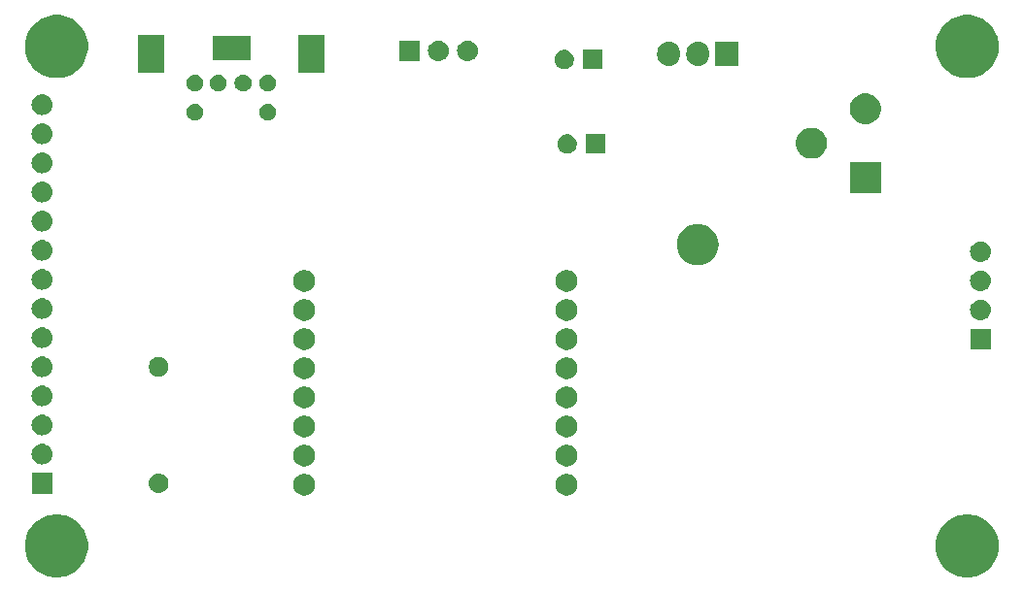
<source format=gts>
G04 #@! TF.GenerationSoftware,KiCad,Pcbnew,5.0.2+dfsg1-1~bpo9+1*
G04 #@! TF.CreationDate,2019-06-18T09:35:30+01:00*
G04 #@! TF.ProjectId,esp8bit,65737038-6269-4742-9e6b-696361645f70,rev?*
G04 #@! TF.SameCoordinates,Original*
G04 #@! TF.FileFunction,Soldermask,Top*
G04 #@! TF.FilePolarity,Negative*
%FSLAX46Y46*%
G04 Gerber Fmt 4.6, Leading zero omitted, Abs format (unit mm)*
G04 Created by KiCad (PCBNEW 5.0.2+dfsg1-1~bpo9+1) date Tue 18 Jun 2019 09:35:30 IST*
%MOMM*%
%LPD*%
G01*
G04 APERTURE LIST*
%ADD10C,0.100000*%
G04 APERTURE END LIST*
D10*
G36*
X80546693Y-84677859D02*
X80812437Y-84730719D01*
X81313087Y-84938095D01*
X81760622Y-85237129D01*
X81763663Y-85239161D01*
X82146839Y-85622337D01*
X82146841Y-85622340D01*
X82447905Y-86072913D01*
X82655281Y-86573563D01*
X82761000Y-87105050D01*
X82761000Y-87646950D01*
X82655281Y-88178437D01*
X82447905Y-88679087D01*
X82148871Y-89126622D01*
X82146839Y-89129663D01*
X81763663Y-89512839D01*
X81763660Y-89512841D01*
X81313087Y-89813905D01*
X80812437Y-90021281D01*
X80546694Y-90074140D01*
X80280951Y-90127000D01*
X79739049Y-90127000D01*
X79473306Y-90074140D01*
X79207563Y-90021281D01*
X78706913Y-89813905D01*
X78256340Y-89512841D01*
X78256337Y-89512839D01*
X77873161Y-89129663D01*
X77871129Y-89126622D01*
X77572095Y-88679087D01*
X77364719Y-88178437D01*
X77259000Y-87646950D01*
X77259000Y-87105050D01*
X77364719Y-86573563D01*
X77572095Y-86072913D01*
X77873159Y-85622340D01*
X77873161Y-85622337D01*
X78256337Y-85239161D01*
X78259378Y-85237129D01*
X78706913Y-84938095D01*
X79207563Y-84730719D01*
X79473307Y-84677859D01*
X79739049Y-84625000D01*
X80280951Y-84625000D01*
X80546693Y-84677859D01*
X80546693Y-84677859D01*
G37*
G36*
X159921693Y-84677859D02*
X160187437Y-84730719D01*
X160688087Y-84938095D01*
X161135622Y-85237129D01*
X161138663Y-85239161D01*
X161521839Y-85622337D01*
X161521841Y-85622340D01*
X161822905Y-86072913D01*
X162030281Y-86573563D01*
X162136000Y-87105050D01*
X162136000Y-87646950D01*
X162030281Y-88178437D01*
X161822905Y-88679087D01*
X161523871Y-89126622D01*
X161521839Y-89129663D01*
X161138663Y-89512839D01*
X161138660Y-89512841D01*
X160688087Y-89813905D01*
X160187437Y-90021281D01*
X159921694Y-90074140D01*
X159655951Y-90127000D01*
X159114049Y-90127000D01*
X158848306Y-90074140D01*
X158582563Y-90021281D01*
X158081913Y-89813905D01*
X157631340Y-89512841D01*
X157631337Y-89512839D01*
X157248161Y-89129663D01*
X157246129Y-89126622D01*
X156947095Y-88679087D01*
X156739719Y-88178437D01*
X156634000Y-87646950D01*
X156634000Y-87105050D01*
X156739719Y-86573563D01*
X156947095Y-86072913D01*
X157248159Y-85622340D01*
X157248161Y-85622337D01*
X157631337Y-85239161D01*
X157634378Y-85237129D01*
X158081913Y-84938095D01*
X158582563Y-84730719D01*
X158848306Y-84677860D01*
X159114049Y-84625000D01*
X159655951Y-84625000D01*
X159921693Y-84677859D01*
X159921693Y-84677859D01*
G37*
G36*
X124737396Y-81127546D02*
X124910466Y-81199234D01*
X125066230Y-81303312D01*
X125198688Y-81435770D01*
X125302766Y-81591534D01*
X125374454Y-81764604D01*
X125411000Y-81948333D01*
X125411000Y-82135667D01*
X125374454Y-82319396D01*
X125302766Y-82492466D01*
X125198688Y-82648230D01*
X125066230Y-82780688D01*
X124910466Y-82884766D01*
X124737396Y-82956454D01*
X124553667Y-82993000D01*
X124366333Y-82993000D01*
X124182604Y-82956454D01*
X124009534Y-82884766D01*
X123853770Y-82780688D01*
X123721312Y-82648230D01*
X123617234Y-82492466D01*
X123545546Y-82319396D01*
X123509000Y-82135667D01*
X123509000Y-81948333D01*
X123545546Y-81764604D01*
X123617234Y-81591534D01*
X123721312Y-81435770D01*
X123853770Y-81303312D01*
X124009534Y-81199234D01*
X124182604Y-81127546D01*
X124366333Y-81091000D01*
X124553667Y-81091000D01*
X124737396Y-81127546D01*
X124737396Y-81127546D01*
G37*
G36*
X101877396Y-81127546D02*
X102050466Y-81199234D01*
X102206230Y-81303312D01*
X102338688Y-81435770D01*
X102442766Y-81591534D01*
X102514454Y-81764604D01*
X102551000Y-81948333D01*
X102551000Y-82135667D01*
X102514454Y-82319396D01*
X102442766Y-82492466D01*
X102338688Y-82648230D01*
X102206230Y-82780688D01*
X102050466Y-82884766D01*
X101877396Y-82956454D01*
X101693667Y-82993000D01*
X101506333Y-82993000D01*
X101322604Y-82956454D01*
X101149534Y-82884766D01*
X100993770Y-82780688D01*
X100861312Y-82648230D01*
X100757234Y-82492466D01*
X100685546Y-82319396D01*
X100649000Y-82135667D01*
X100649000Y-81948333D01*
X100685546Y-81764604D01*
X100757234Y-81591534D01*
X100861312Y-81435770D01*
X100993770Y-81303312D01*
X101149534Y-81199234D01*
X101322604Y-81127546D01*
X101506333Y-81091000D01*
X101693667Y-81091000D01*
X101877396Y-81127546D01*
X101877396Y-81127546D01*
G37*
G36*
X79641000Y-82816000D02*
X77839000Y-82816000D01*
X77839000Y-81014000D01*
X79641000Y-81014000D01*
X79641000Y-82816000D01*
X79641000Y-82816000D01*
G37*
G36*
X89066821Y-81076313D02*
X89066824Y-81076314D01*
X89066825Y-81076314D01*
X89227239Y-81124975D01*
X89227241Y-81124976D01*
X89227244Y-81124977D01*
X89375078Y-81203995D01*
X89504659Y-81310341D01*
X89611005Y-81439922D01*
X89690023Y-81587756D01*
X89690024Y-81587759D01*
X89690025Y-81587761D01*
X89738686Y-81748175D01*
X89738687Y-81748179D01*
X89755117Y-81915000D01*
X89738687Y-82081821D01*
X89690023Y-82242244D01*
X89611005Y-82390078D01*
X89504659Y-82519659D01*
X89375078Y-82626005D01*
X89227244Y-82705023D01*
X89227241Y-82705024D01*
X89227239Y-82705025D01*
X89066825Y-82753686D01*
X89066824Y-82753686D01*
X89066821Y-82753687D01*
X88941804Y-82766000D01*
X88858196Y-82766000D01*
X88733179Y-82753687D01*
X88733176Y-82753686D01*
X88733175Y-82753686D01*
X88572761Y-82705025D01*
X88572759Y-82705024D01*
X88572756Y-82705023D01*
X88424922Y-82626005D01*
X88295341Y-82519659D01*
X88188995Y-82390078D01*
X88109977Y-82242244D01*
X88061313Y-82081821D01*
X88044883Y-81915000D01*
X88061313Y-81748179D01*
X88061314Y-81748175D01*
X88109975Y-81587761D01*
X88109976Y-81587759D01*
X88109977Y-81587756D01*
X88188995Y-81439922D01*
X88295341Y-81310341D01*
X88424922Y-81203995D01*
X88572756Y-81124977D01*
X88572759Y-81124976D01*
X88572761Y-81124975D01*
X88733175Y-81076314D01*
X88733176Y-81076314D01*
X88733179Y-81076313D01*
X88858196Y-81064000D01*
X88941804Y-81064000D01*
X89066821Y-81076313D01*
X89066821Y-81076313D01*
G37*
G36*
X124737396Y-78587546D02*
X124910466Y-78659234D01*
X125066230Y-78763312D01*
X125198688Y-78895770D01*
X125302766Y-79051534D01*
X125374454Y-79224604D01*
X125411000Y-79408333D01*
X125411000Y-79595667D01*
X125374454Y-79779396D01*
X125302766Y-79952466D01*
X125198688Y-80108230D01*
X125066230Y-80240688D01*
X124910466Y-80344766D01*
X124737396Y-80416454D01*
X124553667Y-80453000D01*
X124366333Y-80453000D01*
X124182604Y-80416454D01*
X124009534Y-80344766D01*
X123853770Y-80240688D01*
X123721312Y-80108230D01*
X123617234Y-79952466D01*
X123545546Y-79779396D01*
X123509000Y-79595667D01*
X123509000Y-79408333D01*
X123545546Y-79224604D01*
X123617234Y-79051534D01*
X123721312Y-78895770D01*
X123853770Y-78763312D01*
X124009534Y-78659234D01*
X124182604Y-78587546D01*
X124366333Y-78551000D01*
X124553667Y-78551000D01*
X124737396Y-78587546D01*
X124737396Y-78587546D01*
G37*
G36*
X101877396Y-78587546D02*
X102050466Y-78659234D01*
X102206230Y-78763312D01*
X102338688Y-78895770D01*
X102442766Y-79051534D01*
X102514454Y-79224604D01*
X102551000Y-79408333D01*
X102551000Y-79595667D01*
X102514454Y-79779396D01*
X102442766Y-79952466D01*
X102338688Y-80108230D01*
X102206230Y-80240688D01*
X102050466Y-80344766D01*
X101877396Y-80416454D01*
X101693667Y-80453000D01*
X101506333Y-80453000D01*
X101322604Y-80416454D01*
X101149534Y-80344766D01*
X100993770Y-80240688D01*
X100861312Y-80108230D01*
X100757234Y-79952466D01*
X100685546Y-79779396D01*
X100649000Y-79595667D01*
X100649000Y-79408333D01*
X100685546Y-79224604D01*
X100757234Y-79051534D01*
X100861312Y-78895770D01*
X100993770Y-78763312D01*
X101149534Y-78659234D01*
X101322604Y-78587546D01*
X101506333Y-78551000D01*
X101693667Y-78551000D01*
X101877396Y-78587546D01*
X101877396Y-78587546D01*
G37*
G36*
X78850442Y-78480518D02*
X78916627Y-78487037D01*
X79029853Y-78521384D01*
X79086467Y-78538557D01*
X79178119Y-78587547D01*
X79242991Y-78622222D01*
X79278729Y-78651552D01*
X79380186Y-78734814D01*
X79463448Y-78836271D01*
X79492778Y-78872009D01*
X79492779Y-78872011D01*
X79576443Y-79028533D01*
X79576443Y-79028534D01*
X79627963Y-79198373D01*
X79645359Y-79375000D01*
X79627963Y-79551627D01*
X79593616Y-79664853D01*
X79576443Y-79721467D01*
X79545479Y-79779396D01*
X79492778Y-79877991D01*
X79463448Y-79913729D01*
X79380186Y-80015186D01*
X79278729Y-80098448D01*
X79242991Y-80127778D01*
X79242989Y-80127779D01*
X79086467Y-80211443D01*
X79029853Y-80228616D01*
X78916627Y-80262963D01*
X78850442Y-80269482D01*
X78784260Y-80276000D01*
X78695740Y-80276000D01*
X78629558Y-80269482D01*
X78563373Y-80262963D01*
X78450147Y-80228616D01*
X78393533Y-80211443D01*
X78237011Y-80127779D01*
X78237009Y-80127778D01*
X78201271Y-80098448D01*
X78099814Y-80015186D01*
X78016552Y-79913729D01*
X77987222Y-79877991D01*
X77934521Y-79779396D01*
X77903557Y-79721467D01*
X77886384Y-79664853D01*
X77852037Y-79551627D01*
X77834641Y-79375000D01*
X77852037Y-79198373D01*
X77903557Y-79028534D01*
X77903557Y-79028533D01*
X77987221Y-78872011D01*
X77987222Y-78872009D01*
X78016552Y-78836271D01*
X78099814Y-78734814D01*
X78201271Y-78651552D01*
X78237009Y-78622222D01*
X78301881Y-78587547D01*
X78393533Y-78538557D01*
X78450147Y-78521384D01*
X78563373Y-78487037D01*
X78629558Y-78480518D01*
X78695740Y-78474000D01*
X78784260Y-78474000D01*
X78850442Y-78480518D01*
X78850442Y-78480518D01*
G37*
G36*
X101877396Y-76047546D02*
X102050466Y-76119234D01*
X102206230Y-76223312D01*
X102338688Y-76355770D01*
X102442766Y-76511534D01*
X102514454Y-76684604D01*
X102551000Y-76868333D01*
X102551000Y-77055667D01*
X102514454Y-77239396D01*
X102442766Y-77412466D01*
X102338688Y-77568230D01*
X102206230Y-77700688D01*
X102050466Y-77804766D01*
X101877396Y-77876454D01*
X101693667Y-77913000D01*
X101506333Y-77913000D01*
X101322604Y-77876454D01*
X101149534Y-77804766D01*
X100993770Y-77700688D01*
X100861312Y-77568230D01*
X100757234Y-77412466D01*
X100685546Y-77239396D01*
X100649000Y-77055667D01*
X100649000Y-76868333D01*
X100685546Y-76684604D01*
X100757234Y-76511534D01*
X100861312Y-76355770D01*
X100993770Y-76223312D01*
X101149534Y-76119234D01*
X101322604Y-76047546D01*
X101506333Y-76011000D01*
X101693667Y-76011000D01*
X101877396Y-76047546D01*
X101877396Y-76047546D01*
G37*
G36*
X124737396Y-76047546D02*
X124910466Y-76119234D01*
X125066230Y-76223312D01*
X125198688Y-76355770D01*
X125302766Y-76511534D01*
X125374454Y-76684604D01*
X125411000Y-76868333D01*
X125411000Y-77055667D01*
X125374454Y-77239396D01*
X125302766Y-77412466D01*
X125198688Y-77568230D01*
X125066230Y-77700688D01*
X124910466Y-77804766D01*
X124737396Y-77876454D01*
X124553667Y-77913000D01*
X124366333Y-77913000D01*
X124182604Y-77876454D01*
X124009534Y-77804766D01*
X123853770Y-77700688D01*
X123721312Y-77568230D01*
X123617234Y-77412466D01*
X123545546Y-77239396D01*
X123509000Y-77055667D01*
X123509000Y-76868333D01*
X123545546Y-76684604D01*
X123617234Y-76511534D01*
X123721312Y-76355770D01*
X123853770Y-76223312D01*
X124009534Y-76119234D01*
X124182604Y-76047546D01*
X124366333Y-76011000D01*
X124553667Y-76011000D01*
X124737396Y-76047546D01*
X124737396Y-76047546D01*
G37*
G36*
X78850442Y-75940518D02*
X78916627Y-75947037D01*
X79029853Y-75981384D01*
X79086467Y-75998557D01*
X79178119Y-76047547D01*
X79242991Y-76082222D01*
X79278729Y-76111552D01*
X79380186Y-76194814D01*
X79463448Y-76296271D01*
X79492778Y-76332009D01*
X79492779Y-76332011D01*
X79576443Y-76488533D01*
X79576443Y-76488534D01*
X79627963Y-76658373D01*
X79645359Y-76835000D01*
X79627963Y-77011627D01*
X79593616Y-77124853D01*
X79576443Y-77181467D01*
X79545479Y-77239396D01*
X79492778Y-77337991D01*
X79463448Y-77373729D01*
X79380186Y-77475186D01*
X79278729Y-77558448D01*
X79242991Y-77587778D01*
X79242989Y-77587779D01*
X79086467Y-77671443D01*
X79029853Y-77688616D01*
X78916627Y-77722963D01*
X78850443Y-77729481D01*
X78784260Y-77736000D01*
X78695740Y-77736000D01*
X78629557Y-77729481D01*
X78563373Y-77722963D01*
X78450147Y-77688616D01*
X78393533Y-77671443D01*
X78237011Y-77587779D01*
X78237009Y-77587778D01*
X78201271Y-77558448D01*
X78099814Y-77475186D01*
X78016552Y-77373729D01*
X77987222Y-77337991D01*
X77934521Y-77239396D01*
X77903557Y-77181467D01*
X77886384Y-77124853D01*
X77852037Y-77011627D01*
X77834641Y-76835000D01*
X77852037Y-76658373D01*
X77903557Y-76488534D01*
X77903557Y-76488533D01*
X77987221Y-76332011D01*
X77987222Y-76332009D01*
X78016552Y-76296271D01*
X78099814Y-76194814D01*
X78201271Y-76111552D01*
X78237009Y-76082222D01*
X78301881Y-76047547D01*
X78393533Y-75998557D01*
X78450147Y-75981384D01*
X78563373Y-75947037D01*
X78629558Y-75940518D01*
X78695740Y-75934000D01*
X78784260Y-75934000D01*
X78850442Y-75940518D01*
X78850442Y-75940518D01*
G37*
G36*
X124737396Y-73507546D02*
X124910466Y-73579234D01*
X125066230Y-73683312D01*
X125198688Y-73815770D01*
X125302766Y-73971534D01*
X125374454Y-74144604D01*
X125411000Y-74328333D01*
X125411000Y-74515667D01*
X125374454Y-74699396D01*
X125302766Y-74872466D01*
X125198688Y-75028230D01*
X125066230Y-75160688D01*
X124910466Y-75264766D01*
X124737396Y-75336454D01*
X124553667Y-75373000D01*
X124366333Y-75373000D01*
X124182604Y-75336454D01*
X124009534Y-75264766D01*
X123853770Y-75160688D01*
X123721312Y-75028230D01*
X123617234Y-74872466D01*
X123545546Y-74699396D01*
X123509000Y-74515667D01*
X123509000Y-74328333D01*
X123545546Y-74144604D01*
X123617234Y-73971534D01*
X123721312Y-73815770D01*
X123853770Y-73683312D01*
X124009534Y-73579234D01*
X124182604Y-73507546D01*
X124366333Y-73471000D01*
X124553667Y-73471000D01*
X124737396Y-73507546D01*
X124737396Y-73507546D01*
G37*
G36*
X101877396Y-73507546D02*
X102050466Y-73579234D01*
X102206230Y-73683312D01*
X102338688Y-73815770D01*
X102442766Y-73971534D01*
X102514454Y-74144604D01*
X102551000Y-74328333D01*
X102551000Y-74515667D01*
X102514454Y-74699396D01*
X102442766Y-74872466D01*
X102338688Y-75028230D01*
X102206230Y-75160688D01*
X102050466Y-75264766D01*
X101877396Y-75336454D01*
X101693667Y-75373000D01*
X101506333Y-75373000D01*
X101322604Y-75336454D01*
X101149534Y-75264766D01*
X100993770Y-75160688D01*
X100861312Y-75028230D01*
X100757234Y-74872466D01*
X100685546Y-74699396D01*
X100649000Y-74515667D01*
X100649000Y-74328333D01*
X100685546Y-74144604D01*
X100757234Y-73971534D01*
X100861312Y-73815770D01*
X100993770Y-73683312D01*
X101149534Y-73579234D01*
X101322604Y-73507546D01*
X101506333Y-73471000D01*
X101693667Y-73471000D01*
X101877396Y-73507546D01*
X101877396Y-73507546D01*
G37*
G36*
X78850443Y-73400519D02*
X78916627Y-73407037D01*
X79029853Y-73441384D01*
X79086467Y-73458557D01*
X79178119Y-73507547D01*
X79242991Y-73542222D01*
X79278729Y-73571552D01*
X79380186Y-73654814D01*
X79463448Y-73756271D01*
X79492778Y-73792009D01*
X79492779Y-73792011D01*
X79576443Y-73948533D01*
X79576443Y-73948534D01*
X79627963Y-74118373D01*
X79645359Y-74295000D01*
X79627963Y-74471627D01*
X79593616Y-74584853D01*
X79576443Y-74641467D01*
X79545479Y-74699396D01*
X79492778Y-74797991D01*
X79463448Y-74833729D01*
X79380186Y-74935186D01*
X79278729Y-75018448D01*
X79242991Y-75047778D01*
X79242989Y-75047779D01*
X79086467Y-75131443D01*
X79029853Y-75148616D01*
X78916627Y-75182963D01*
X78850442Y-75189482D01*
X78784260Y-75196000D01*
X78695740Y-75196000D01*
X78629558Y-75189482D01*
X78563373Y-75182963D01*
X78450147Y-75148616D01*
X78393533Y-75131443D01*
X78237011Y-75047779D01*
X78237009Y-75047778D01*
X78201271Y-75018448D01*
X78099814Y-74935186D01*
X78016552Y-74833729D01*
X77987222Y-74797991D01*
X77934521Y-74699396D01*
X77903557Y-74641467D01*
X77886384Y-74584853D01*
X77852037Y-74471627D01*
X77834641Y-74295000D01*
X77852037Y-74118373D01*
X77903557Y-73948534D01*
X77903557Y-73948533D01*
X77987221Y-73792011D01*
X77987222Y-73792009D01*
X78016552Y-73756271D01*
X78099814Y-73654814D01*
X78201271Y-73571552D01*
X78237009Y-73542222D01*
X78301881Y-73507547D01*
X78393533Y-73458557D01*
X78450147Y-73441384D01*
X78563373Y-73407037D01*
X78629557Y-73400519D01*
X78695740Y-73394000D01*
X78784260Y-73394000D01*
X78850443Y-73400519D01*
X78850443Y-73400519D01*
G37*
G36*
X124737396Y-70967546D02*
X124910466Y-71039234D01*
X125066230Y-71143312D01*
X125198688Y-71275770D01*
X125302766Y-71431534D01*
X125374454Y-71604604D01*
X125411000Y-71788333D01*
X125411000Y-71975667D01*
X125374454Y-72159396D01*
X125302766Y-72332466D01*
X125198688Y-72488230D01*
X125066230Y-72620688D01*
X124910466Y-72724766D01*
X124737396Y-72796454D01*
X124553667Y-72833000D01*
X124366333Y-72833000D01*
X124182604Y-72796454D01*
X124009534Y-72724766D01*
X123853770Y-72620688D01*
X123721312Y-72488230D01*
X123617234Y-72332466D01*
X123545546Y-72159396D01*
X123509000Y-71975667D01*
X123509000Y-71788333D01*
X123545546Y-71604604D01*
X123617234Y-71431534D01*
X123721312Y-71275770D01*
X123853770Y-71143312D01*
X124009534Y-71039234D01*
X124182604Y-70967546D01*
X124366333Y-70931000D01*
X124553667Y-70931000D01*
X124737396Y-70967546D01*
X124737396Y-70967546D01*
G37*
G36*
X101877396Y-70967546D02*
X102050466Y-71039234D01*
X102206230Y-71143312D01*
X102338688Y-71275770D01*
X102442766Y-71431534D01*
X102514454Y-71604604D01*
X102551000Y-71788333D01*
X102551000Y-71975667D01*
X102514454Y-72159396D01*
X102442766Y-72332466D01*
X102338688Y-72488230D01*
X102206230Y-72620688D01*
X102050466Y-72724766D01*
X101877396Y-72796454D01*
X101693667Y-72833000D01*
X101506333Y-72833000D01*
X101322604Y-72796454D01*
X101149534Y-72724766D01*
X100993770Y-72620688D01*
X100861312Y-72488230D01*
X100757234Y-72332466D01*
X100685546Y-72159396D01*
X100649000Y-71975667D01*
X100649000Y-71788333D01*
X100685546Y-71604604D01*
X100757234Y-71431534D01*
X100861312Y-71275770D01*
X100993770Y-71143312D01*
X101149534Y-71039234D01*
X101322604Y-70967546D01*
X101506333Y-70931000D01*
X101693667Y-70931000D01*
X101877396Y-70967546D01*
X101877396Y-70967546D01*
G37*
G36*
X78850442Y-70860518D02*
X78916627Y-70867037D01*
X79029853Y-70901384D01*
X79086467Y-70918557D01*
X79178119Y-70967547D01*
X79242991Y-71002222D01*
X79278729Y-71031552D01*
X79380186Y-71114814D01*
X79460369Y-71212519D01*
X79492778Y-71252009D01*
X79492779Y-71252011D01*
X79576443Y-71408533D01*
X79576443Y-71408534D01*
X79627963Y-71578373D01*
X79645359Y-71755000D01*
X79627963Y-71931627D01*
X79606243Y-72003228D01*
X79576443Y-72101467D01*
X79545479Y-72159396D01*
X79492778Y-72257991D01*
X79463448Y-72293729D01*
X79380186Y-72395186D01*
X79278729Y-72478448D01*
X79242991Y-72507778D01*
X79242989Y-72507779D01*
X79086467Y-72591443D01*
X79038478Y-72606000D01*
X78916627Y-72642963D01*
X78850443Y-72649481D01*
X78784260Y-72656000D01*
X78695740Y-72656000D01*
X78629557Y-72649481D01*
X78563373Y-72642963D01*
X78441522Y-72606000D01*
X78393533Y-72591443D01*
X78237011Y-72507779D01*
X78237009Y-72507778D01*
X78201271Y-72478448D01*
X78099814Y-72395186D01*
X78016552Y-72293729D01*
X77987222Y-72257991D01*
X77934521Y-72159396D01*
X77903557Y-72101467D01*
X77873757Y-72003228D01*
X77852037Y-71931627D01*
X77834641Y-71755000D01*
X77852037Y-71578373D01*
X77903557Y-71408534D01*
X77903557Y-71408533D01*
X77987221Y-71252011D01*
X77987222Y-71252009D01*
X78019631Y-71212519D01*
X78099814Y-71114814D01*
X78201271Y-71031552D01*
X78237009Y-71002222D01*
X78301881Y-70967547D01*
X78393533Y-70918557D01*
X78450147Y-70901384D01*
X78563373Y-70867037D01*
X78629558Y-70860518D01*
X78695740Y-70854000D01*
X78784260Y-70854000D01*
X78850442Y-70860518D01*
X78850442Y-70860518D01*
G37*
G36*
X89148228Y-70936703D02*
X89303100Y-71000853D01*
X89442481Y-71093985D01*
X89561015Y-71212519D01*
X89654147Y-71351900D01*
X89718297Y-71506772D01*
X89751000Y-71671184D01*
X89751000Y-71838816D01*
X89718297Y-72003228D01*
X89654147Y-72158100D01*
X89561015Y-72297481D01*
X89442481Y-72416015D01*
X89303100Y-72509147D01*
X89148228Y-72573297D01*
X88983816Y-72606000D01*
X88816184Y-72606000D01*
X88651772Y-72573297D01*
X88496900Y-72509147D01*
X88357519Y-72416015D01*
X88238985Y-72297481D01*
X88145853Y-72158100D01*
X88081703Y-72003228D01*
X88049000Y-71838816D01*
X88049000Y-71671184D01*
X88081703Y-71506772D01*
X88145853Y-71351900D01*
X88238985Y-71212519D01*
X88357519Y-71093985D01*
X88496900Y-71000853D01*
X88651772Y-70936703D01*
X88816184Y-70904000D01*
X88983816Y-70904000D01*
X89148228Y-70936703D01*
X89148228Y-70936703D01*
G37*
G36*
X124737396Y-68427546D02*
X124910466Y-68499234D01*
X125066230Y-68603312D01*
X125198688Y-68735770D01*
X125302766Y-68891534D01*
X125374454Y-69064604D01*
X125411000Y-69248333D01*
X125411000Y-69435667D01*
X125374454Y-69619396D01*
X125302766Y-69792466D01*
X125198688Y-69948230D01*
X125066230Y-70080688D01*
X124910466Y-70184766D01*
X124737396Y-70256454D01*
X124553667Y-70293000D01*
X124366333Y-70293000D01*
X124182604Y-70256454D01*
X124009534Y-70184766D01*
X123853770Y-70080688D01*
X123721312Y-69948230D01*
X123617234Y-69792466D01*
X123545546Y-69619396D01*
X123509000Y-69435667D01*
X123509000Y-69248333D01*
X123545546Y-69064604D01*
X123617234Y-68891534D01*
X123721312Y-68735770D01*
X123853770Y-68603312D01*
X124009534Y-68499234D01*
X124182604Y-68427546D01*
X124366333Y-68391000D01*
X124553667Y-68391000D01*
X124737396Y-68427546D01*
X124737396Y-68427546D01*
G37*
G36*
X101877396Y-68427546D02*
X102050466Y-68499234D01*
X102206230Y-68603312D01*
X102338688Y-68735770D01*
X102442766Y-68891534D01*
X102514454Y-69064604D01*
X102551000Y-69248333D01*
X102551000Y-69435667D01*
X102514454Y-69619396D01*
X102442766Y-69792466D01*
X102338688Y-69948230D01*
X102206230Y-70080688D01*
X102050466Y-70184766D01*
X101877396Y-70256454D01*
X101693667Y-70293000D01*
X101506333Y-70293000D01*
X101322604Y-70256454D01*
X101149534Y-70184766D01*
X100993770Y-70080688D01*
X100861312Y-69948230D01*
X100757234Y-69792466D01*
X100685546Y-69619396D01*
X100649000Y-69435667D01*
X100649000Y-69248333D01*
X100685546Y-69064604D01*
X100757234Y-68891534D01*
X100861312Y-68735770D01*
X100993770Y-68603312D01*
X101149534Y-68499234D01*
X101322604Y-68427546D01*
X101506333Y-68391000D01*
X101693667Y-68391000D01*
X101877396Y-68427546D01*
X101877396Y-68427546D01*
G37*
G36*
X161429000Y-70243000D02*
X159627000Y-70243000D01*
X159627000Y-68441000D01*
X161429000Y-68441000D01*
X161429000Y-70243000D01*
X161429000Y-70243000D01*
G37*
G36*
X78850442Y-68320518D02*
X78916627Y-68327037D01*
X79029853Y-68361384D01*
X79086467Y-68378557D01*
X79178119Y-68427547D01*
X79242991Y-68462222D01*
X79278729Y-68491552D01*
X79380186Y-68574814D01*
X79463448Y-68676271D01*
X79492778Y-68712009D01*
X79492779Y-68712011D01*
X79576443Y-68868533D01*
X79576443Y-68868534D01*
X79627963Y-69038373D01*
X79645359Y-69215000D01*
X79627963Y-69391627D01*
X79593616Y-69504853D01*
X79576443Y-69561467D01*
X79545479Y-69619396D01*
X79492778Y-69717991D01*
X79463448Y-69753729D01*
X79380186Y-69855186D01*
X79278729Y-69938448D01*
X79242991Y-69967778D01*
X79242989Y-69967779D01*
X79086467Y-70051443D01*
X79029853Y-70068616D01*
X78916627Y-70102963D01*
X78850442Y-70109482D01*
X78784260Y-70116000D01*
X78695740Y-70116000D01*
X78629558Y-70109482D01*
X78563373Y-70102963D01*
X78450147Y-70068616D01*
X78393533Y-70051443D01*
X78237011Y-69967779D01*
X78237009Y-69967778D01*
X78201271Y-69938448D01*
X78099814Y-69855186D01*
X78016552Y-69753729D01*
X77987222Y-69717991D01*
X77934521Y-69619396D01*
X77903557Y-69561467D01*
X77886384Y-69504853D01*
X77852037Y-69391627D01*
X77834641Y-69215000D01*
X77852037Y-69038373D01*
X77903557Y-68868534D01*
X77903557Y-68868533D01*
X77987221Y-68712011D01*
X77987222Y-68712009D01*
X78016552Y-68676271D01*
X78099814Y-68574814D01*
X78201271Y-68491552D01*
X78237009Y-68462222D01*
X78301881Y-68427547D01*
X78393533Y-68378557D01*
X78450147Y-68361384D01*
X78563373Y-68327037D01*
X78629558Y-68320518D01*
X78695740Y-68314000D01*
X78784260Y-68314000D01*
X78850442Y-68320518D01*
X78850442Y-68320518D01*
G37*
G36*
X101877396Y-65887546D02*
X102050466Y-65959234D01*
X102206230Y-66063312D01*
X102338688Y-66195770D01*
X102442766Y-66351534D01*
X102514454Y-66524604D01*
X102551000Y-66708333D01*
X102551000Y-66895667D01*
X102514454Y-67079396D01*
X102442766Y-67252466D01*
X102338688Y-67408230D01*
X102206230Y-67540688D01*
X102050466Y-67644766D01*
X101877396Y-67716454D01*
X101693667Y-67753000D01*
X101506333Y-67753000D01*
X101322604Y-67716454D01*
X101149534Y-67644766D01*
X100993770Y-67540688D01*
X100861312Y-67408230D01*
X100757234Y-67252466D01*
X100685546Y-67079396D01*
X100649000Y-66895667D01*
X100649000Y-66708333D01*
X100685546Y-66524604D01*
X100757234Y-66351534D01*
X100861312Y-66195770D01*
X100993770Y-66063312D01*
X101149534Y-65959234D01*
X101322604Y-65887546D01*
X101506333Y-65851000D01*
X101693667Y-65851000D01*
X101877396Y-65887546D01*
X101877396Y-65887546D01*
G37*
G36*
X124737396Y-65887546D02*
X124910466Y-65959234D01*
X125066230Y-66063312D01*
X125198688Y-66195770D01*
X125302766Y-66351534D01*
X125374454Y-66524604D01*
X125411000Y-66708333D01*
X125411000Y-66895667D01*
X125374454Y-67079396D01*
X125302766Y-67252466D01*
X125198688Y-67408230D01*
X125066230Y-67540688D01*
X124910466Y-67644766D01*
X124737396Y-67716454D01*
X124553667Y-67753000D01*
X124366333Y-67753000D01*
X124182604Y-67716454D01*
X124009534Y-67644766D01*
X123853770Y-67540688D01*
X123721312Y-67408230D01*
X123617234Y-67252466D01*
X123545546Y-67079396D01*
X123509000Y-66895667D01*
X123509000Y-66708333D01*
X123545546Y-66524604D01*
X123617234Y-66351534D01*
X123721312Y-66195770D01*
X123853770Y-66063312D01*
X124009534Y-65959234D01*
X124182604Y-65887546D01*
X124366333Y-65851000D01*
X124553667Y-65851000D01*
X124737396Y-65887546D01*
X124737396Y-65887546D01*
G37*
G36*
X160638443Y-65907519D02*
X160704627Y-65914037D01*
X160817853Y-65948384D01*
X160874467Y-65965557D01*
X161004036Y-66034814D01*
X161030991Y-66049222D01*
X161066729Y-66078552D01*
X161168186Y-66161814D01*
X161251448Y-66263271D01*
X161280778Y-66299009D01*
X161280779Y-66299011D01*
X161364443Y-66455533D01*
X161364443Y-66455534D01*
X161415963Y-66625373D01*
X161433359Y-66802000D01*
X161415963Y-66978627D01*
X161385395Y-67079396D01*
X161364443Y-67148467D01*
X161308853Y-67252467D01*
X161280778Y-67304991D01*
X161272411Y-67315186D01*
X161168186Y-67442186D01*
X161066729Y-67525448D01*
X161030991Y-67554778D01*
X161030989Y-67554779D01*
X160874467Y-67638443D01*
X160853622Y-67644766D01*
X160704627Y-67689963D01*
X160638442Y-67696482D01*
X160572260Y-67703000D01*
X160483740Y-67703000D01*
X160417558Y-67696482D01*
X160351373Y-67689963D01*
X160202378Y-67644766D01*
X160181533Y-67638443D01*
X160025011Y-67554779D01*
X160025009Y-67554778D01*
X159989271Y-67525448D01*
X159887814Y-67442186D01*
X159783589Y-67315186D01*
X159775222Y-67304991D01*
X159747147Y-67252467D01*
X159691557Y-67148467D01*
X159670605Y-67079396D01*
X159640037Y-66978627D01*
X159622641Y-66802000D01*
X159640037Y-66625373D01*
X159691557Y-66455534D01*
X159691557Y-66455533D01*
X159775221Y-66299011D01*
X159775222Y-66299009D01*
X159804552Y-66263271D01*
X159887814Y-66161814D01*
X159989271Y-66078552D01*
X160025009Y-66049222D01*
X160051964Y-66034814D01*
X160181533Y-65965557D01*
X160238147Y-65948384D01*
X160351373Y-65914037D01*
X160417557Y-65907519D01*
X160483740Y-65901000D01*
X160572260Y-65901000D01*
X160638443Y-65907519D01*
X160638443Y-65907519D01*
G37*
G36*
X78850443Y-65780519D02*
X78916627Y-65787037D01*
X79029853Y-65821384D01*
X79086467Y-65838557D01*
X79178119Y-65887547D01*
X79242991Y-65922222D01*
X79278729Y-65951552D01*
X79380186Y-66034814D01*
X79463448Y-66136271D01*
X79492778Y-66172009D01*
X79492779Y-66172011D01*
X79576443Y-66328533D01*
X79576443Y-66328534D01*
X79627963Y-66498373D01*
X79645359Y-66675000D01*
X79627963Y-66851627D01*
X79593616Y-66964853D01*
X79576443Y-67021467D01*
X79545479Y-67079396D01*
X79492778Y-67177991D01*
X79463448Y-67213729D01*
X79380186Y-67315186D01*
X79278729Y-67398448D01*
X79242991Y-67427778D01*
X79242989Y-67427779D01*
X79086467Y-67511443D01*
X79029853Y-67528616D01*
X78916627Y-67562963D01*
X78850443Y-67569481D01*
X78784260Y-67576000D01*
X78695740Y-67576000D01*
X78629557Y-67569481D01*
X78563373Y-67562963D01*
X78450147Y-67528616D01*
X78393533Y-67511443D01*
X78237011Y-67427779D01*
X78237009Y-67427778D01*
X78201271Y-67398448D01*
X78099814Y-67315186D01*
X78016552Y-67213729D01*
X77987222Y-67177991D01*
X77934521Y-67079396D01*
X77903557Y-67021467D01*
X77886384Y-66964853D01*
X77852037Y-66851627D01*
X77834641Y-66675000D01*
X77852037Y-66498373D01*
X77903557Y-66328534D01*
X77903557Y-66328533D01*
X77987221Y-66172011D01*
X77987222Y-66172009D01*
X78016552Y-66136271D01*
X78099814Y-66034814D01*
X78201271Y-65951552D01*
X78237009Y-65922222D01*
X78301881Y-65887547D01*
X78393533Y-65838557D01*
X78450147Y-65821384D01*
X78563373Y-65787037D01*
X78629557Y-65780519D01*
X78695740Y-65774000D01*
X78784260Y-65774000D01*
X78850443Y-65780519D01*
X78850443Y-65780519D01*
G37*
G36*
X124737396Y-63347546D02*
X124910466Y-63419234D01*
X125066230Y-63523312D01*
X125198688Y-63655770D01*
X125302766Y-63811534D01*
X125374454Y-63984604D01*
X125411000Y-64168333D01*
X125411000Y-64355667D01*
X125374454Y-64539396D01*
X125302766Y-64712466D01*
X125198688Y-64868230D01*
X125066230Y-65000688D01*
X124910466Y-65104766D01*
X124737396Y-65176454D01*
X124553667Y-65213000D01*
X124366333Y-65213000D01*
X124182604Y-65176454D01*
X124009534Y-65104766D01*
X123853770Y-65000688D01*
X123721312Y-64868230D01*
X123617234Y-64712466D01*
X123545546Y-64539396D01*
X123509000Y-64355667D01*
X123509000Y-64168333D01*
X123545546Y-63984604D01*
X123617234Y-63811534D01*
X123721312Y-63655770D01*
X123853770Y-63523312D01*
X124009534Y-63419234D01*
X124182604Y-63347546D01*
X124366333Y-63311000D01*
X124553667Y-63311000D01*
X124737396Y-63347546D01*
X124737396Y-63347546D01*
G37*
G36*
X101877396Y-63347546D02*
X102050466Y-63419234D01*
X102206230Y-63523312D01*
X102338688Y-63655770D01*
X102442766Y-63811534D01*
X102514454Y-63984604D01*
X102551000Y-64168333D01*
X102551000Y-64355667D01*
X102514454Y-64539396D01*
X102442766Y-64712466D01*
X102338688Y-64868230D01*
X102206230Y-65000688D01*
X102050466Y-65104766D01*
X101877396Y-65176454D01*
X101693667Y-65213000D01*
X101506333Y-65213000D01*
X101322604Y-65176454D01*
X101149534Y-65104766D01*
X100993770Y-65000688D01*
X100861312Y-64868230D01*
X100757234Y-64712466D01*
X100685546Y-64539396D01*
X100649000Y-64355667D01*
X100649000Y-64168333D01*
X100685546Y-63984604D01*
X100757234Y-63811534D01*
X100861312Y-63655770D01*
X100993770Y-63523312D01*
X101149534Y-63419234D01*
X101322604Y-63347546D01*
X101506333Y-63311000D01*
X101693667Y-63311000D01*
X101877396Y-63347546D01*
X101877396Y-63347546D01*
G37*
G36*
X160638442Y-63367518D02*
X160704627Y-63374037D01*
X160817853Y-63408384D01*
X160874467Y-63425557D01*
X161004036Y-63494814D01*
X161030991Y-63509222D01*
X161066729Y-63538552D01*
X161168186Y-63621814D01*
X161251448Y-63723271D01*
X161280778Y-63759009D01*
X161280779Y-63759011D01*
X161364443Y-63915533D01*
X161364443Y-63915534D01*
X161415963Y-64085373D01*
X161433359Y-64262000D01*
X161415963Y-64438627D01*
X161385395Y-64539396D01*
X161364443Y-64608467D01*
X161308853Y-64712467D01*
X161280778Y-64764991D01*
X161272411Y-64775186D01*
X161168186Y-64902186D01*
X161066729Y-64985448D01*
X161030991Y-65014778D01*
X161030989Y-65014779D01*
X160874467Y-65098443D01*
X160853622Y-65104766D01*
X160704627Y-65149963D01*
X160638443Y-65156481D01*
X160572260Y-65163000D01*
X160483740Y-65163000D01*
X160417557Y-65156481D01*
X160351373Y-65149963D01*
X160202378Y-65104766D01*
X160181533Y-65098443D01*
X160025011Y-65014779D01*
X160025009Y-65014778D01*
X159989271Y-64985448D01*
X159887814Y-64902186D01*
X159783589Y-64775186D01*
X159775222Y-64764991D01*
X159747147Y-64712467D01*
X159691557Y-64608467D01*
X159670605Y-64539396D01*
X159640037Y-64438627D01*
X159622641Y-64262000D01*
X159640037Y-64085373D01*
X159691557Y-63915534D01*
X159691557Y-63915533D01*
X159775221Y-63759011D01*
X159775222Y-63759009D01*
X159804552Y-63723271D01*
X159887814Y-63621814D01*
X159989271Y-63538552D01*
X160025009Y-63509222D01*
X160051964Y-63494814D01*
X160181533Y-63425557D01*
X160238147Y-63408384D01*
X160351373Y-63374037D01*
X160417558Y-63367518D01*
X160483740Y-63361000D01*
X160572260Y-63361000D01*
X160638442Y-63367518D01*
X160638442Y-63367518D01*
G37*
G36*
X78850443Y-63240519D02*
X78916627Y-63247037D01*
X79029853Y-63281384D01*
X79086467Y-63298557D01*
X79178119Y-63347547D01*
X79242991Y-63382222D01*
X79278729Y-63411552D01*
X79380186Y-63494814D01*
X79463448Y-63596271D01*
X79492778Y-63632009D01*
X79492779Y-63632011D01*
X79576443Y-63788533D01*
X79576443Y-63788534D01*
X79627963Y-63958373D01*
X79645359Y-64135000D01*
X79627963Y-64311627D01*
X79593616Y-64424853D01*
X79576443Y-64481467D01*
X79545479Y-64539396D01*
X79492778Y-64637991D01*
X79463448Y-64673729D01*
X79380186Y-64775186D01*
X79278729Y-64858448D01*
X79242991Y-64887778D01*
X79242989Y-64887779D01*
X79086467Y-64971443D01*
X79029853Y-64988616D01*
X78916627Y-65022963D01*
X78850442Y-65029482D01*
X78784260Y-65036000D01*
X78695740Y-65036000D01*
X78629558Y-65029482D01*
X78563373Y-65022963D01*
X78450147Y-64988616D01*
X78393533Y-64971443D01*
X78237011Y-64887779D01*
X78237009Y-64887778D01*
X78201271Y-64858448D01*
X78099814Y-64775186D01*
X78016552Y-64673729D01*
X77987222Y-64637991D01*
X77934521Y-64539396D01*
X77903557Y-64481467D01*
X77886384Y-64424853D01*
X77852037Y-64311627D01*
X77834641Y-64135000D01*
X77852037Y-63958373D01*
X77903557Y-63788534D01*
X77903557Y-63788533D01*
X77987221Y-63632011D01*
X77987222Y-63632009D01*
X78016552Y-63596271D01*
X78099814Y-63494814D01*
X78201271Y-63411552D01*
X78237009Y-63382222D01*
X78301881Y-63347547D01*
X78393533Y-63298557D01*
X78450147Y-63281384D01*
X78563373Y-63247037D01*
X78629557Y-63240519D01*
X78695740Y-63234000D01*
X78784260Y-63234000D01*
X78850443Y-63240519D01*
X78850443Y-63240519D01*
G37*
G36*
X136066669Y-59317686D02*
X136243058Y-59335059D01*
X136461973Y-59401466D01*
X136582549Y-59438042D01*
X136895425Y-59605279D01*
X137169661Y-59830339D01*
X137394721Y-60104575D01*
X137561958Y-60417451D01*
X137561958Y-60417452D01*
X137664941Y-60756942D01*
X137699714Y-61110000D01*
X137664941Y-61463058D01*
X137639971Y-61545373D01*
X137561958Y-61802549D01*
X137394721Y-62115425D01*
X137169661Y-62389661D01*
X136895425Y-62614721D01*
X136582549Y-62781958D01*
X136469385Y-62816286D01*
X136243058Y-62884941D01*
X136066669Y-62902314D01*
X135978476Y-62911000D01*
X135801524Y-62911000D01*
X135713331Y-62902314D01*
X135536942Y-62884941D01*
X135310615Y-62816286D01*
X135197451Y-62781958D01*
X134884575Y-62614721D01*
X134610339Y-62389661D01*
X134385279Y-62115425D01*
X134218042Y-61802549D01*
X134140029Y-61545373D01*
X134115059Y-61463058D01*
X134080286Y-61110000D01*
X134115059Y-60756942D01*
X134218042Y-60417452D01*
X134218042Y-60417451D01*
X134385279Y-60104575D01*
X134610339Y-59830339D01*
X134884575Y-59605279D01*
X135197451Y-59438042D01*
X135318027Y-59401466D01*
X135536942Y-59335059D01*
X135713331Y-59317686D01*
X135801524Y-59309000D01*
X135978476Y-59309000D01*
X136066669Y-59317686D01*
X136066669Y-59317686D01*
G37*
G36*
X160638443Y-60827519D02*
X160704627Y-60834037D01*
X160817853Y-60868384D01*
X160874467Y-60885557D01*
X161004036Y-60954814D01*
X161030991Y-60969222D01*
X161066729Y-60998552D01*
X161168186Y-61081814D01*
X161251448Y-61183271D01*
X161280778Y-61219009D01*
X161280779Y-61219011D01*
X161364443Y-61375533D01*
X161364443Y-61375534D01*
X161415963Y-61545373D01*
X161433359Y-61722000D01*
X161415963Y-61898627D01*
X161381616Y-62011853D01*
X161364443Y-62068467D01*
X161343800Y-62107086D01*
X161280778Y-62224991D01*
X161272411Y-62235186D01*
X161168186Y-62362186D01*
X161066729Y-62445448D01*
X161030991Y-62474778D01*
X161030989Y-62474779D01*
X160874467Y-62558443D01*
X160817853Y-62575616D01*
X160704627Y-62609963D01*
X160638442Y-62616482D01*
X160572260Y-62623000D01*
X160483740Y-62623000D01*
X160417558Y-62616482D01*
X160351373Y-62609963D01*
X160238147Y-62575616D01*
X160181533Y-62558443D01*
X160025011Y-62474779D01*
X160025009Y-62474778D01*
X159989271Y-62445448D01*
X159887814Y-62362186D01*
X159783589Y-62235186D01*
X159775222Y-62224991D01*
X159712200Y-62107086D01*
X159691557Y-62068467D01*
X159674384Y-62011853D01*
X159640037Y-61898627D01*
X159622641Y-61722000D01*
X159640037Y-61545373D01*
X159691557Y-61375534D01*
X159691557Y-61375533D01*
X159775221Y-61219011D01*
X159775222Y-61219009D01*
X159804552Y-61183271D01*
X159887814Y-61081814D01*
X159989271Y-60998552D01*
X160025009Y-60969222D01*
X160051964Y-60954814D01*
X160181533Y-60885557D01*
X160238147Y-60868384D01*
X160351373Y-60834037D01*
X160417557Y-60827519D01*
X160483740Y-60821000D01*
X160572260Y-60821000D01*
X160638443Y-60827519D01*
X160638443Y-60827519D01*
G37*
G36*
X78850443Y-60700519D02*
X78916627Y-60707037D01*
X79029853Y-60741384D01*
X79086467Y-60758557D01*
X79173996Y-60805343D01*
X79242991Y-60842222D01*
X79278729Y-60871552D01*
X79380186Y-60954814D01*
X79463448Y-61056271D01*
X79492778Y-61092009D01*
X79492779Y-61092011D01*
X79576443Y-61248533D01*
X79576443Y-61248534D01*
X79627963Y-61418373D01*
X79645359Y-61595000D01*
X79627963Y-61771627D01*
X79595810Y-61877622D01*
X79576443Y-61941467D01*
X79508560Y-62068466D01*
X79492778Y-62097991D01*
X79478470Y-62115425D01*
X79380186Y-62235186D01*
X79278729Y-62318448D01*
X79242991Y-62347778D01*
X79242989Y-62347779D01*
X79086467Y-62431443D01*
X79029853Y-62448616D01*
X78916627Y-62482963D01*
X78850443Y-62489481D01*
X78784260Y-62496000D01*
X78695740Y-62496000D01*
X78629557Y-62489481D01*
X78563373Y-62482963D01*
X78450147Y-62448616D01*
X78393533Y-62431443D01*
X78237011Y-62347779D01*
X78237009Y-62347778D01*
X78201271Y-62318448D01*
X78099814Y-62235186D01*
X78001530Y-62115425D01*
X77987222Y-62097991D01*
X77971440Y-62068466D01*
X77903557Y-61941467D01*
X77884190Y-61877622D01*
X77852037Y-61771627D01*
X77834641Y-61595000D01*
X77852037Y-61418373D01*
X77903557Y-61248534D01*
X77903557Y-61248533D01*
X77987221Y-61092011D01*
X77987222Y-61092009D01*
X78016552Y-61056271D01*
X78099814Y-60954814D01*
X78201271Y-60871552D01*
X78237009Y-60842222D01*
X78306004Y-60805343D01*
X78393533Y-60758557D01*
X78450147Y-60741384D01*
X78563373Y-60707037D01*
X78629557Y-60700519D01*
X78695740Y-60694000D01*
X78784260Y-60694000D01*
X78850443Y-60700519D01*
X78850443Y-60700519D01*
G37*
G36*
X78850442Y-58160518D02*
X78916627Y-58167037D01*
X79029853Y-58201384D01*
X79086467Y-58218557D01*
X79225087Y-58292652D01*
X79242991Y-58302222D01*
X79278729Y-58331552D01*
X79380186Y-58414814D01*
X79463448Y-58516271D01*
X79492778Y-58552009D01*
X79492779Y-58552011D01*
X79576443Y-58708533D01*
X79576443Y-58708534D01*
X79627963Y-58878373D01*
X79645359Y-59055000D01*
X79627963Y-59231627D01*
X79604492Y-59309000D01*
X79576443Y-59401467D01*
X79556893Y-59438042D01*
X79492778Y-59557991D01*
X79463448Y-59593729D01*
X79380186Y-59695186D01*
X79278729Y-59778448D01*
X79242991Y-59807778D01*
X79242989Y-59807779D01*
X79086467Y-59891443D01*
X79029853Y-59908616D01*
X78916627Y-59942963D01*
X78850442Y-59949482D01*
X78784260Y-59956000D01*
X78695740Y-59956000D01*
X78629558Y-59949482D01*
X78563373Y-59942963D01*
X78450147Y-59908616D01*
X78393533Y-59891443D01*
X78237011Y-59807779D01*
X78237009Y-59807778D01*
X78201271Y-59778448D01*
X78099814Y-59695186D01*
X78016552Y-59593729D01*
X77987222Y-59557991D01*
X77923107Y-59438042D01*
X77903557Y-59401467D01*
X77875508Y-59309000D01*
X77852037Y-59231627D01*
X77834641Y-59055000D01*
X77852037Y-58878373D01*
X77903557Y-58708534D01*
X77903557Y-58708533D01*
X77987221Y-58552011D01*
X77987222Y-58552009D01*
X78016552Y-58516271D01*
X78099814Y-58414814D01*
X78201271Y-58331552D01*
X78237009Y-58302222D01*
X78254913Y-58292652D01*
X78393533Y-58218557D01*
X78450147Y-58201384D01*
X78563373Y-58167037D01*
X78629558Y-58160518D01*
X78695740Y-58154000D01*
X78784260Y-58154000D01*
X78850442Y-58160518D01*
X78850442Y-58160518D01*
G37*
G36*
X78850443Y-55620519D02*
X78916627Y-55627037D01*
X79029853Y-55661384D01*
X79086467Y-55678557D01*
X79225087Y-55752652D01*
X79242991Y-55762222D01*
X79278729Y-55791552D01*
X79380186Y-55874814D01*
X79463448Y-55976271D01*
X79492778Y-56012009D01*
X79492779Y-56012011D01*
X79576443Y-56168533D01*
X79576443Y-56168534D01*
X79627963Y-56338373D01*
X79645359Y-56515000D01*
X79627963Y-56691627D01*
X79593616Y-56804853D01*
X79576443Y-56861467D01*
X79502348Y-57000087D01*
X79492778Y-57017991D01*
X79463448Y-57053729D01*
X79380186Y-57155186D01*
X79278729Y-57238448D01*
X79242991Y-57267778D01*
X79242989Y-57267779D01*
X79086467Y-57351443D01*
X79029853Y-57368616D01*
X78916627Y-57402963D01*
X78850443Y-57409481D01*
X78784260Y-57416000D01*
X78695740Y-57416000D01*
X78629557Y-57409481D01*
X78563373Y-57402963D01*
X78450147Y-57368616D01*
X78393533Y-57351443D01*
X78237011Y-57267779D01*
X78237009Y-57267778D01*
X78201271Y-57238448D01*
X78099814Y-57155186D01*
X78016552Y-57053729D01*
X77987222Y-57017991D01*
X77977652Y-57000087D01*
X77903557Y-56861467D01*
X77886384Y-56804853D01*
X77852037Y-56691627D01*
X77834641Y-56515000D01*
X77852037Y-56338373D01*
X77903557Y-56168534D01*
X77903557Y-56168533D01*
X77987221Y-56012011D01*
X77987222Y-56012009D01*
X78016552Y-55976271D01*
X78099814Y-55874814D01*
X78201271Y-55791552D01*
X78237009Y-55762222D01*
X78254913Y-55752652D01*
X78393533Y-55678557D01*
X78450147Y-55661384D01*
X78563373Y-55627037D01*
X78629557Y-55620519D01*
X78695740Y-55614000D01*
X78784260Y-55614000D01*
X78850443Y-55620519D01*
X78850443Y-55620519D01*
G37*
G36*
X151846000Y-56596000D02*
X149144000Y-56596000D01*
X149144000Y-53894000D01*
X151846000Y-53894000D01*
X151846000Y-56596000D01*
X151846000Y-56596000D01*
G37*
G36*
X78850442Y-53080518D02*
X78916627Y-53087037D01*
X79029853Y-53121384D01*
X79086467Y-53138557D01*
X79154646Y-53175000D01*
X79242991Y-53222222D01*
X79278729Y-53251552D01*
X79380186Y-53334814D01*
X79463448Y-53436271D01*
X79492778Y-53472009D01*
X79492779Y-53472011D01*
X79576443Y-53628533D01*
X79576443Y-53628534D01*
X79627963Y-53798373D01*
X79645359Y-53975000D01*
X79627963Y-54151627D01*
X79593616Y-54264853D01*
X79576443Y-54321467D01*
X79502348Y-54460087D01*
X79492778Y-54477991D01*
X79463448Y-54513729D01*
X79380186Y-54615186D01*
X79278729Y-54698448D01*
X79242991Y-54727778D01*
X79242989Y-54727779D01*
X79086467Y-54811443D01*
X79029853Y-54828616D01*
X78916627Y-54862963D01*
X78850443Y-54869481D01*
X78784260Y-54876000D01*
X78695740Y-54876000D01*
X78629557Y-54869481D01*
X78563373Y-54862963D01*
X78450147Y-54828616D01*
X78393533Y-54811443D01*
X78237011Y-54727779D01*
X78237009Y-54727778D01*
X78201271Y-54698448D01*
X78099814Y-54615186D01*
X78016552Y-54513729D01*
X77987222Y-54477991D01*
X77977652Y-54460087D01*
X77903557Y-54321467D01*
X77886384Y-54264853D01*
X77852037Y-54151627D01*
X77834641Y-53975000D01*
X77852037Y-53798373D01*
X77903557Y-53628534D01*
X77903557Y-53628533D01*
X77987221Y-53472011D01*
X77987222Y-53472009D01*
X78016552Y-53436271D01*
X78099814Y-53334814D01*
X78201271Y-53251552D01*
X78237009Y-53222222D01*
X78325354Y-53175000D01*
X78393533Y-53138557D01*
X78450147Y-53121384D01*
X78563373Y-53087037D01*
X78629558Y-53080518D01*
X78695740Y-53074000D01*
X78784260Y-53074000D01*
X78850442Y-53080518D01*
X78850442Y-53080518D01*
G37*
G36*
X146058567Y-50919959D02*
X146189072Y-50945918D01*
X146434939Y-51047759D01*
X146655464Y-51195110D01*
X146656215Y-51195612D01*
X146844388Y-51383785D01*
X146844390Y-51383788D01*
X146992241Y-51605061D01*
X147094082Y-51850928D01*
X147094082Y-51850929D01*
X147138690Y-52075185D01*
X147146000Y-52111938D01*
X147146000Y-52378062D01*
X147094082Y-52639072D01*
X146992241Y-52884939D01*
X146857202Y-53087037D01*
X146844388Y-53106215D01*
X146656215Y-53294388D01*
X146656212Y-53294390D01*
X146434939Y-53442241D01*
X146189072Y-53544082D01*
X146058567Y-53570041D01*
X145928063Y-53596000D01*
X145661937Y-53596000D01*
X145531433Y-53570041D01*
X145400928Y-53544082D01*
X145155061Y-53442241D01*
X144933788Y-53294390D01*
X144933785Y-53294388D01*
X144745612Y-53106215D01*
X144732798Y-53087037D01*
X144597759Y-52884939D01*
X144495918Y-52639072D01*
X144444000Y-52378062D01*
X144444000Y-52111938D01*
X144451311Y-52075185D01*
X144495918Y-51850929D01*
X144495918Y-51850928D01*
X144597759Y-51605061D01*
X144745610Y-51383788D01*
X144745612Y-51383785D01*
X144933785Y-51195612D01*
X144934536Y-51195110D01*
X145155061Y-51047759D01*
X145400928Y-50945918D01*
X145531433Y-50919959D01*
X145661937Y-50894000D01*
X145928063Y-50894000D01*
X146058567Y-50919959D01*
X146058567Y-50919959D01*
G37*
G36*
X127851000Y-53175000D02*
X126149000Y-53175000D01*
X126149000Y-51473000D01*
X127851000Y-51473000D01*
X127851000Y-53175000D01*
X127851000Y-53175000D01*
G37*
G36*
X124748228Y-51505703D02*
X124903100Y-51569853D01*
X125042481Y-51662985D01*
X125161015Y-51781519D01*
X125254147Y-51920900D01*
X125318297Y-52075772D01*
X125351000Y-52240184D01*
X125351000Y-52407816D01*
X125318297Y-52572228D01*
X125254147Y-52727100D01*
X125161015Y-52866481D01*
X125042481Y-52985015D01*
X124903100Y-53078147D01*
X124748228Y-53142297D01*
X124583816Y-53175000D01*
X124416184Y-53175000D01*
X124251772Y-53142297D01*
X124096900Y-53078147D01*
X123957519Y-52985015D01*
X123838985Y-52866481D01*
X123745853Y-52727100D01*
X123681703Y-52572228D01*
X123649000Y-52407816D01*
X123649000Y-52240184D01*
X123681703Y-52075772D01*
X123745853Y-51920900D01*
X123838985Y-51781519D01*
X123957519Y-51662985D01*
X124096900Y-51569853D01*
X124251772Y-51505703D01*
X124416184Y-51473000D01*
X124583816Y-51473000D01*
X124748228Y-51505703D01*
X124748228Y-51505703D01*
G37*
G36*
X78850442Y-50540518D02*
X78916627Y-50547037D01*
X79029853Y-50581384D01*
X79086467Y-50598557D01*
X79225087Y-50672652D01*
X79242991Y-50682222D01*
X79278729Y-50711552D01*
X79380186Y-50794814D01*
X79461585Y-50894000D01*
X79492778Y-50932009D01*
X79492779Y-50932011D01*
X79576443Y-51088533D01*
X79576443Y-51088534D01*
X79627963Y-51258373D01*
X79645359Y-51435000D01*
X79627963Y-51611627D01*
X79612383Y-51662986D01*
X79576443Y-51781467D01*
X79576415Y-51781519D01*
X79492778Y-51937991D01*
X79463448Y-51973729D01*
X79380186Y-52075186D01*
X79278729Y-52158448D01*
X79242991Y-52187778D01*
X79242989Y-52187779D01*
X79086467Y-52271443D01*
X79029853Y-52288616D01*
X78916627Y-52322963D01*
X78850443Y-52329481D01*
X78784260Y-52336000D01*
X78695740Y-52336000D01*
X78629558Y-52329482D01*
X78563373Y-52322963D01*
X78450147Y-52288616D01*
X78393533Y-52271443D01*
X78237011Y-52187779D01*
X78237009Y-52187778D01*
X78201271Y-52158448D01*
X78099814Y-52075186D01*
X78016552Y-51973729D01*
X77987222Y-51937991D01*
X77903585Y-51781519D01*
X77903557Y-51781467D01*
X77867617Y-51662986D01*
X77852037Y-51611627D01*
X77834641Y-51435000D01*
X77852037Y-51258373D01*
X77903557Y-51088534D01*
X77903557Y-51088533D01*
X77987221Y-50932011D01*
X77987222Y-50932009D01*
X78018415Y-50894000D01*
X78099814Y-50794814D01*
X78201271Y-50711552D01*
X78237009Y-50682222D01*
X78254913Y-50672652D01*
X78393533Y-50598557D01*
X78450147Y-50581384D01*
X78563373Y-50547037D01*
X78629558Y-50540518D01*
X78695740Y-50534000D01*
X78784260Y-50534000D01*
X78850442Y-50540518D01*
X78850442Y-50540518D01*
G37*
G36*
X150758567Y-47919959D02*
X150889072Y-47945918D01*
X151134939Y-48047759D01*
X151355464Y-48195110D01*
X151356215Y-48195612D01*
X151544388Y-48383785D01*
X151544390Y-48383788D01*
X151692241Y-48605061D01*
X151794082Y-48850928D01*
X151846000Y-49111938D01*
X151846000Y-49378062D01*
X151794082Y-49639072D01*
X151692241Y-49884939D01*
X151546999Y-50102308D01*
X151544388Y-50106215D01*
X151356215Y-50294388D01*
X151356212Y-50294390D01*
X151134939Y-50442241D01*
X150889072Y-50544082D01*
X150758567Y-50570041D01*
X150628063Y-50596000D01*
X150361937Y-50596000D01*
X150231433Y-50570041D01*
X150100928Y-50544082D01*
X149855061Y-50442241D01*
X149633788Y-50294390D01*
X149633785Y-50294388D01*
X149445612Y-50106215D01*
X149443001Y-50102308D01*
X149297759Y-49884939D01*
X149195918Y-49639072D01*
X149144000Y-49378062D01*
X149144000Y-49111938D01*
X149195918Y-48850928D01*
X149297759Y-48605061D01*
X149445610Y-48383788D01*
X149445612Y-48383785D01*
X149633785Y-48195612D01*
X149634536Y-48195110D01*
X149855061Y-48047759D01*
X150100928Y-47945918D01*
X150231433Y-47919959D01*
X150361937Y-47894000D01*
X150628063Y-47894000D01*
X150758567Y-47919959D01*
X150758567Y-47919959D01*
G37*
G36*
X98639914Y-48821514D02*
X98639916Y-48821515D01*
X98639917Y-48821515D01*
X98774006Y-48877056D01*
X98894140Y-48957327D01*
X98894686Y-48957692D01*
X98997308Y-49060314D01*
X98997310Y-49060317D01*
X99077944Y-49180994D01*
X99133485Y-49315083D01*
X99133486Y-49315086D01*
X99161800Y-49457430D01*
X99161800Y-49602570D01*
X99136166Y-49731443D01*
X99133485Y-49744917D01*
X99077944Y-49879006D01*
X98997673Y-49999140D01*
X98997308Y-49999686D01*
X98894686Y-50102308D01*
X98894683Y-50102310D01*
X98774006Y-50182944D01*
X98639917Y-50238485D01*
X98639916Y-50238485D01*
X98639914Y-50238486D01*
X98497570Y-50266800D01*
X98352430Y-50266800D01*
X98210086Y-50238486D01*
X98210084Y-50238485D01*
X98210083Y-50238485D01*
X98075994Y-50182944D01*
X97955317Y-50102310D01*
X97955314Y-50102308D01*
X97852692Y-49999686D01*
X97852327Y-49999140D01*
X97772056Y-49879006D01*
X97716515Y-49744917D01*
X97713835Y-49731443D01*
X97688200Y-49602570D01*
X97688200Y-49457430D01*
X97716514Y-49315086D01*
X97716515Y-49315083D01*
X97772056Y-49180994D01*
X97852690Y-49060317D01*
X97852692Y-49060314D01*
X97955314Y-48957692D01*
X97955860Y-48957327D01*
X98075994Y-48877056D01*
X98210083Y-48821515D01*
X98210084Y-48821515D01*
X98210086Y-48821514D01*
X98352430Y-48793200D01*
X98497570Y-48793200D01*
X98639914Y-48821514D01*
X98639914Y-48821514D01*
G37*
G36*
X92289914Y-48821514D02*
X92289916Y-48821515D01*
X92289917Y-48821515D01*
X92424006Y-48877056D01*
X92544140Y-48957327D01*
X92544686Y-48957692D01*
X92647308Y-49060314D01*
X92647310Y-49060317D01*
X92727944Y-49180994D01*
X92783485Y-49315083D01*
X92783486Y-49315086D01*
X92811800Y-49457430D01*
X92811800Y-49602570D01*
X92786166Y-49731443D01*
X92783485Y-49744917D01*
X92727944Y-49879006D01*
X92647673Y-49999140D01*
X92647308Y-49999686D01*
X92544686Y-50102308D01*
X92544683Y-50102310D01*
X92424006Y-50182944D01*
X92289917Y-50238485D01*
X92289916Y-50238485D01*
X92289914Y-50238486D01*
X92147570Y-50266800D01*
X92002430Y-50266800D01*
X91860086Y-50238486D01*
X91860084Y-50238485D01*
X91860083Y-50238485D01*
X91725994Y-50182944D01*
X91605317Y-50102310D01*
X91605314Y-50102308D01*
X91502692Y-49999686D01*
X91502327Y-49999140D01*
X91422056Y-49879006D01*
X91366515Y-49744917D01*
X91363835Y-49731443D01*
X91338200Y-49602570D01*
X91338200Y-49457430D01*
X91366514Y-49315086D01*
X91366515Y-49315083D01*
X91422056Y-49180994D01*
X91502690Y-49060317D01*
X91502692Y-49060314D01*
X91605314Y-48957692D01*
X91605860Y-48957327D01*
X91725994Y-48877056D01*
X91860083Y-48821515D01*
X91860084Y-48821515D01*
X91860086Y-48821514D01*
X92002430Y-48793200D01*
X92147570Y-48793200D01*
X92289914Y-48821514D01*
X92289914Y-48821514D01*
G37*
G36*
X78850442Y-48000518D02*
X78916627Y-48007037D01*
X79029853Y-48041384D01*
X79086467Y-48058557D01*
X79225087Y-48132652D01*
X79242991Y-48142222D01*
X79278729Y-48171552D01*
X79380186Y-48254814D01*
X79463448Y-48356271D01*
X79492778Y-48392009D01*
X79492779Y-48392011D01*
X79576443Y-48548533D01*
X79576443Y-48548534D01*
X79627963Y-48718373D01*
X79645359Y-48895000D01*
X79627963Y-49071627D01*
X79594787Y-49180994D01*
X79576443Y-49241467D01*
X79537094Y-49315083D01*
X79492778Y-49397991D01*
X79463448Y-49433729D01*
X79380186Y-49535186D01*
X79298077Y-49602570D01*
X79242991Y-49647778D01*
X79242989Y-49647779D01*
X79086467Y-49731443D01*
X79042058Y-49744914D01*
X78916627Y-49782963D01*
X78850443Y-49789481D01*
X78784260Y-49796000D01*
X78695740Y-49796000D01*
X78629557Y-49789481D01*
X78563373Y-49782963D01*
X78437942Y-49744914D01*
X78393533Y-49731443D01*
X78237011Y-49647779D01*
X78237009Y-49647778D01*
X78181923Y-49602570D01*
X78099814Y-49535186D01*
X78016552Y-49433729D01*
X77987222Y-49397991D01*
X77942906Y-49315083D01*
X77903557Y-49241467D01*
X77885213Y-49180994D01*
X77852037Y-49071627D01*
X77834641Y-48895000D01*
X77852037Y-48718373D01*
X77903557Y-48548534D01*
X77903557Y-48548533D01*
X77987221Y-48392011D01*
X77987222Y-48392009D01*
X78016552Y-48356271D01*
X78099814Y-48254814D01*
X78201271Y-48171552D01*
X78237009Y-48142222D01*
X78254913Y-48132652D01*
X78393533Y-48058557D01*
X78450147Y-48041384D01*
X78563373Y-48007037D01*
X78629557Y-48000519D01*
X78695740Y-47994000D01*
X78784260Y-47994000D01*
X78850442Y-48000518D01*
X78850442Y-48000518D01*
G37*
G36*
X96480914Y-46281514D02*
X96480916Y-46281515D01*
X96480917Y-46281515D01*
X96615006Y-46337056D01*
X96735140Y-46417327D01*
X96735686Y-46417692D01*
X96838308Y-46520314D01*
X96838310Y-46520317D01*
X96918944Y-46640994D01*
X96974485Y-46775083D01*
X97002800Y-46917432D01*
X97002800Y-47062568D01*
X96974485Y-47204917D01*
X96918944Y-47339006D01*
X96838673Y-47459140D01*
X96838308Y-47459686D01*
X96735686Y-47562308D01*
X96735683Y-47562310D01*
X96615006Y-47642944D01*
X96480917Y-47698485D01*
X96480916Y-47698485D01*
X96480914Y-47698486D01*
X96338570Y-47726800D01*
X96193430Y-47726800D01*
X96051086Y-47698486D01*
X96051084Y-47698485D01*
X96051083Y-47698485D01*
X95916994Y-47642944D01*
X95796317Y-47562310D01*
X95796314Y-47562308D01*
X95693692Y-47459686D01*
X95693327Y-47459140D01*
X95613056Y-47339006D01*
X95557515Y-47204917D01*
X95529200Y-47062568D01*
X95529200Y-46917432D01*
X95557515Y-46775083D01*
X95613056Y-46640994D01*
X95693690Y-46520317D01*
X95693692Y-46520314D01*
X95796314Y-46417692D01*
X95796860Y-46417327D01*
X95916994Y-46337056D01*
X96051083Y-46281515D01*
X96051084Y-46281515D01*
X96051086Y-46281514D01*
X96193430Y-46253200D01*
X96338570Y-46253200D01*
X96480914Y-46281514D01*
X96480914Y-46281514D01*
G37*
G36*
X92289914Y-46281514D02*
X92289916Y-46281515D01*
X92289917Y-46281515D01*
X92424006Y-46337056D01*
X92544140Y-46417327D01*
X92544686Y-46417692D01*
X92647308Y-46520314D01*
X92647310Y-46520317D01*
X92727944Y-46640994D01*
X92783485Y-46775083D01*
X92811800Y-46917432D01*
X92811800Y-47062568D01*
X92783485Y-47204917D01*
X92727944Y-47339006D01*
X92647673Y-47459140D01*
X92647308Y-47459686D01*
X92544686Y-47562308D01*
X92544683Y-47562310D01*
X92424006Y-47642944D01*
X92289917Y-47698485D01*
X92289916Y-47698485D01*
X92289914Y-47698486D01*
X92147570Y-47726800D01*
X92002430Y-47726800D01*
X91860086Y-47698486D01*
X91860084Y-47698485D01*
X91860083Y-47698485D01*
X91725994Y-47642944D01*
X91605317Y-47562310D01*
X91605314Y-47562308D01*
X91502692Y-47459686D01*
X91502327Y-47459140D01*
X91422056Y-47339006D01*
X91366515Y-47204917D01*
X91338200Y-47062568D01*
X91338200Y-46917432D01*
X91366515Y-46775083D01*
X91422056Y-46640994D01*
X91502690Y-46520317D01*
X91502692Y-46520314D01*
X91605314Y-46417692D01*
X91605860Y-46417327D01*
X91725994Y-46337056D01*
X91860083Y-46281515D01*
X91860084Y-46281515D01*
X91860086Y-46281514D01*
X92002430Y-46253200D01*
X92147570Y-46253200D01*
X92289914Y-46281514D01*
X92289914Y-46281514D01*
G37*
G36*
X98639914Y-46281514D02*
X98639916Y-46281515D01*
X98639917Y-46281515D01*
X98774006Y-46337056D01*
X98894140Y-46417327D01*
X98894686Y-46417692D01*
X98997308Y-46520314D01*
X98997310Y-46520317D01*
X99077944Y-46640994D01*
X99133485Y-46775083D01*
X99161800Y-46917432D01*
X99161800Y-47062568D01*
X99133485Y-47204917D01*
X99077944Y-47339006D01*
X98997673Y-47459140D01*
X98997308Y-47459686D01*
X98894686Y-47562308D01*
X98894683Y-47562310D01*
X98774006Y-47642944D01*
X98639917Y-47698485D01*
X98639916Y-47698485D01*
X98639914Y-47698486D01*
X98497570Y-47726800D01*
X98352430Y-47726800D01*
X98210086Y-47698486D01*
X98210084Y-47698485D01*
X98210083Y-47698485D01*
X98075994Y-47642944D01*
X97955317Y-47562310D01*
X97955314Y-47562308D01*
X97852692Y-47459686D01*
X97852327Y-47459140D01*
X97772056Y-47339006D01*
X97716515Y-47204917D01*
X97688200Y-47062568D01*
X97688200Y-46917432D01*
X97716515Y-46775083D01*
X97772056Y-46640994D01*
X97852690Y-46520317D01*
X97852692Y-46520314D01*
X97955314Y-46417692D01*
X97955860Y-46417327D01*
X98075994Y-46337056D01*
X98210083Y-46281515D01*
X98210084Y-46281515D01*
X98210086Y-46281514D01*
X98352430Y-46253200D01*
X98497570Y-46253200D01*
X98639914Y-46281514D01*
X98639914Y-46281514D01*
G37*
G36*
X94321914Y-46281514D02*
X94321916Y-46281515D01*
X94321917Y-46281515D01*
X94456006Y-46337056D01*
X94576140Y-46417327D01*
X94576686Y-46417692D01*
X94679308Y-46520314D01*
X94679310Y-46520317D01*
X94759944Y-46640994D01*
X94815485Y-46775083D01*
X94843800Y-46917432D01*
X94843800Y-47062568D01*
X94815485Y-47204917D01*
X94759944Y-47339006D01*
X94679673Y-47459140D01*
X94679308Y-47459686D01*
X94576686Y-47562308D01*
X94576683Y-47562310D01*
X94456006Y-47642944D01*
X94321917Y-47698485D01*
X94321916Y-47698485D01*
X94321914Y-47698486D01*
X94179570Y-47726800D01*
X94034430Y-47726800D01*
X93892086Y-47698486D01*
X93892084Y-47698485D01*
X93892083Y-47698485D01*
X93757994Y-47642944D01*
X93637317Y-47562310D01*
X93637314Y-47562308D01*
X93534692Y-47459686D01*
X93534327Y-47459140D01*
X93454056Y-47339006D01*
X93398515Y-47204917D01*
X93370200Y-47062568D01*
X93370200Y-46917432D01*
X93398515Y-46775083D01*
X93454056Y-46640994D01*
X93534690Y-46520317D01*
X93534692Y-46520314D01*
X93637314Y-46417692D01*
X93637860Y-46417327D01*
X93757994Y-46337056D01*
X93892083Y-46281515D01*
X93892084Y-46281515D01*
X93892086Y-46281514D01*
X94034430Y-46253200D01*
X94179570Y-46253200D01*
X94321914Y-46281514D01*
X94321914Y-46281514D01*
G37*
G36*
X159921694Y-41116860D02*
X160187437Y-41169719D01*
X160688087Y-41377095D01*
X161135622Y-41676129D01*
X161138663Y-41678161D01*
X161521839Y-42061337D01*
X161521841Y-42061340D01*
X161822905Y-42511913D01*
X161822905Y-42511914D01*
X162030281Y-43012564D01*
X162136000Y-43544049D01*
X162136000Y-44085951D01*
X162083140Y-44351694D01*
X162030281Y-44617437D01*
X161822905Y-45118087D01*
X161615095Y-45429096D01*
X161521839Y-45568663D01*
X161138663Y-45951839D01*
X161138660Y-45951841D01*
X160688087Y-46252905D01*
X160187437Y-46460281D01*
X159921694Y-46513140D01*
X159655951Y-46566000D01*
X159114049Y-46566000D01*
X158848306Y-46513140D01*
X158582563Y-46460281D01*
X158081913Y-46252905D01*
X157631340Y-45951841D01*
X157631337Y-45951839D01*
X157248161Y-45568663D01*
X157154905Y-45429096D01*
X156947095Y-45118087D01*
X156739719Y-44617437D01*
X156686860Y-44351694D01*
X156634000Y-44085951D01*
X156634000Y-43544049D01*
X156739719Y-43012564D01*
X156947095Y-42511914D01*
X156947095Y-42511913D01*
X157248159Y-42061340D01*
X157248161Y-42061337D01*
X157631337Y-41678161D01*
X157634378Y-41676129D01*
X158081913Y-41377095D01*
X158582563Y-41169719D01*
X158848306Y-41116860D01*
X159114049Y-41064000D01*
X159655951Y-41064000D01*
X159921694Y-41116860D01*
X159921694Y-41116860D01*
G37*
G36*
X80546694Y-41116860D02*
X80812437Y-41169719D01*
X81313087Y-41377095D01*
X81760622Y-41676129D01*
X81763663Y-41678161D01*
X82146839Y-42061337D01*
X82146841Y-42061340D01*
X82447905Y-42511913D01*
X82447905Y-42511914D01*
X82655281Y-43012564D01*
X82761000Y-43544049D01*
X82761000Y-44085951D01*
X82708140Y-44351694D01*
X82655281Y-44617437D01*
X82447905Y-45118087D01*
X82240095Y-45429096D01*
X82146839Y-45568663D01*
X81763663Y-45951839D01*
X81763660Y-45951841D01*
X81313087Y-46252905D01*
X80812437Y-46460281D01*
X80546694Y-46513140D01*
X80280951Y-46566000D01*
X79739049Y-46566000D01*
X79473306Y-46513140D01*
X79207563Y-46460281D01*
X78706913Y-46252905D01*
X78256340Y-45951841D01*
X78256337Y-45951839D01*
X77873161Y-45568663D01*
X77779905Y-45429096D01*
X77572095Y-45118087D01*
X77364719Y-44617437D01*
X77311860Y-44351694D01*
X77259000Y-44085951D01*
X77259000Y-43544049D01*
X77364719Y-43012564D01*
X77572095Y-42511914D01*
X77572095Y-42511913D01*
X77873159Y-42061340D01*
X77873161Y-42061337D01*
X78256337Y-41678161D01*
X78259378Y-41676129D01*
X78706913Y-41377095D01*
X79207563Y-41169719D01*
X79473306Y-41116860D01*
X79739049Y-41064000D01*
X80280951Y-41064000D01*
X80546694Y-41116860D01*
X80546694Y-41116860D01*
G37*
G36*
X103370580Y-46101200D02*
X101099420Y-46101200D01*
X101099420Y-42798800D01*
X103370580Y-42798800D01*
X103370580Y-46101200D01*
X103370580Y-46101200D01*
G37*
G36*
X89400580Y-46101200D02*
X87129420Y-46101200D01*
X87129420Y-42798800D01*
X89400580Y-42798800D01*
X89400580Y-46101200D01*
X89400580Y-46101200D01*
G37*
G36*
X127597000Y-45809000D02*
X125895000Y-45809000D01*
X125895000Y-44107000D01*
X127597000Y-44107000D01*
X127597000Y-45809000D01*
X127597000Y-45809000D01*
G37*
G36*
X124494228Y-44139703D02*
X124649100Y-44203853D01*
X124788481Y-44296985D01*
X124907015Y-44415519D01*
X125000147Y-44554900D01*
X125064297Y-44709772D01*
X125097000Y-44874184D01*
X125097000Y-45041816D01*
X125064297Y-45206228D01*
X125000147Y-45361100D01*
X124907015Y-45500481D01*
X124788481Y-45619015D01*
X124649100Y-45712147D01*
X124494228Y-45776297D01*
X124329816Y-45809000D01*
X124162184Y-45809000D01*
X123997772Y-45776297D01*
X123842900Y-45712147D01*
X123703519Y-45619015D01*
X123584985Y-45500481D01*
X123491853Y-45361100D01*
X123427703Y-45206228D01*
X123395000Y-45041816D01*
X123395000Y-44874184D01*
X123427703Y-44709772D01*
X123491853Y-44554900D01*
X123584985Y-44415519D01*
X123703519Y-44296985D01*
X123842900Y-44203853D01*
X123997772Y-44139703D01*
X124162184Y-44107000D01*
X124329816Y-44107000D01*
X124494228Y-44139703D01*
X124494228Y-44139703D01*
G37*
G36*
X136086720Y-43413520D02*
X136275881Y-43470901D01*
X136450212Y-43564083D01*
X136603015Y-43689485D01*
X136728417Y-43842288D01*
X136821599Y-44016620D01*
X136878980Y-44205781D01*
X136893500Y-44353207D01*
X136893500Y-44546794D01*
X136878980Y-44694220D01*
X136821599Y-44883381D01*
X136728417Y-45057712D01*
X136603015Y-45210515D01*
X136450212Y-45335917D01*
X136275880Y-45429099D01*
X136086719Y-45486480D01*
X135890000Y-45505855D01*
X135693280Y-45486480D01*
X135504119Y-45429099D01*
X135329788Y-45335917D01*
X135176985Y-45210515D01*
X135051583Y-45057712D01*
X134958401Y-44883380D01*
X134901020Y-44694219D01*
X134886500Y-44546793D01*
X134886500Y-44353206D01*
X134901020Y-44205780D01*
X134958401Y-44016619D01*
X135051583Y-43842288D01*
X135176985Y-43689485D01*
X135329788Y-43564083D01*
X135504120Y-43470901D01*
X135693281Y-43413520D01*
X135890000Y-43394145D01*
X136086720Y-43413520D01*
X136086720Y-43413520D01*
G37*
G36*
X133546720Y-43413520D02*
X133735881Y-43470901D01*
X133910212Y-43564083D01*
X134063015Y-43689485D01*
X134188417Y-43842288D01*
X134281599Y-44016620D01*
X134338980Y-44205781D01*
X134353500Y-44353207D01*
X134353500Y-44546794D01*
X134338980Y-44694220D01*
X134281599Y-44883381D01*
X134188417Y-45057712D01*
X134063015Y-45210515D01*
X133910212Y-45335917D01*
X133735880Y-45429099D01*
X133546719Y-45486480D01*
X133350000Y-45505855D01*
X133153280Y-45486480D01*
X132964119Y-45429099D01*
X132789788Y-45335917D01*
X132636985Y-45210515D01*
X132511583Y-45057712D01*
X132418401Y-44883380D01*
X132361020Y-44694219D01*
X132346500Y-44546793D01*
X132346500Y-44353206D01*
X132361020Y-44205780D01*
X132418401Y-44016619D01*
X132511583Y-43842288D01*
X132636985Y-43689485D01*
X132789788Y-43564083D01*
X132964120Y-43470901D01*
X133153281Y-43413520D01*
X133350000Y-43394145D01*
X133546720Y-43413520D01*
X133546720Y-43413520D01*
G37*
G36*
X139433500Y-45501000D02*
X137426500Y-45501000D01*
X137426500Y-43399000D01*
X139433500Y-43399000D01*
X139433500Y-45501000D01*
X139433500Y-45501000D01*
G37*
G36*
X115934442Y-43301518D02*
X116000627Y-43308037D01*
X116113853Y-43342384D01*
X116170467Y-43359557D01*
X116271423Y-43413520D01*
X116326991Y-43443222D01*
X116360718Y-43470901D01*
X116464186Y-43555814D01*
X116547448Y-43657271D01*
X116576778Y-43693009D01*
X116576779Y-43693011D01*
X116660443Y-43849533D01*
X116660443Y-43849534D01*
X116711963Y-44019373D01*
X116729359Y-44196000D01*
X116711963Y-44372627D01*
X116698952Y-44415519D01*
X116660443Y-44542467D01*
X116620370Y-44617437D01*
X116576778Y-44698991D01*
X116567930Y-44709772D01*
X116464186Y-44836186D01*
X116362729Y-44919448D01*
X116326991Y-44948778D01*
X116326989Y-44948779D01*
X116170467Y-45032443D01*
X116113853Y-45049616D01*
X116000627Y-45083963D01*
X115934442Y-45090482D01*
X115868260Y-45097000D01*
X115779740Y-45097000D01*
X115713557Y-45090481D01*
X115647373Y-45083963D01*
X115534147Y-45049616D01*
X115477533Y-45032443D01*
X115321011Y-44948779D01*
X115321009Y-44948778D01*
X115285271Y-44919448D01*
X115183814Y-44836186D01*
X115080070Y-44709772D01*
X115071222Y-44698991D01*
X115027630Y-44617437D01*
X114987557Y-44542467D01*
X114949048Y-44415519D01*
X114936037Y-44372627D01*
X114918641Y-44196000D01*
X114936037Y-44019373D01*
X114987557Y-43849534D01*
X114987557Y-43849533D01*
X115071221Y-43693011D01*
X115071222Y-43693009D01*
X115100552Y-43657271D01*
X115183814Y-43555814D01*
X115287282Y-43470901D01*
X115321009Y-43443222D01*
X115376577Y-43413520D01*
X115477533Y-43359557D01*
X115534147Y-43342384D01*
X115647373Y-43308037D01*
X115713558Y-43301518D01*
X115779740Y-43295000D01*
X115868260Y-43295000D01*
X115934442Y-43301518D01*
X115934442Y-43301518D01*
G37*
G36*
X113394442Y-43301518D02*
X113460627Y-43308037D01*
X113573853Y-43342384D01*
X113630467Y-43359557D01*
X113731423Y-43413520D01*
X113786991Y-43443222D01*
X113820718Y-43470901D01*
X113924186Y-43555814D01*
X114007448Y-43657271D01*
X114036778Y-43693009D01*
X114036779Y-43693011D01*
X114120443Y-43849533D01*
X114120443Y-43849534D01*
X114171963Y-44019373D01*
X114189359Y-44196000D01*
X114171963Y-44372627D01*
X114158952Y-44415519D01*
X114120443Y-44542467D01*
X114080370Y-44617437D01*
X114036778Y-44698991D01*
X114027930Y-44709772D01*
X113924186Y-44836186D01*
X113822729Y-44919448D01*
X113786991Y-44948778D01*
X113786989Y-44948779D01*
X113630467Y-45032443D01*
X113573853Y-45049616D01*
X113460627Y-45083963D01*
X113394442Y-45090482D01*
X113328260Y-45097000D01*
X113239740Y-45097000D01*
X113173557Y-45090481D01*
X113107373Y-45083963D01*
X112994147Y-45049616D01*
X112937533Y-45032443D01*
X112781011Y-44948779D01*
X112781009Y-44948778D01*
X112745271Y-44919448D01*
X112643814Y-44836186D01*
X112540070Y-44709772D01*
X112531222Y-44698991D01*
X112487630Y-44617437D01*
X112447557Y-44542467D01*
X112409048Y-44415519D01*
X112396037Y-44372627D01*
X112378641Y-44196000D01*
X112396037Y-44019373D01*
X112447557Y-43849534D01*
X112447557Y-43849533D01*
X112531221Y-43693011D01*
X112531222Y-43693009D01*
X112560552Y-43657271D01*
X112643814Y-43555814D01*
X112747282Y-43470901D01*
X112781009Y-43443222D01*
X112836577Y-43413520D01*
X112937533Y-43359557D01*
X112994147Y-43342384D01*
X113107373Y-43308037D01*
X113173558Y-43301518D01*
X113239740Y-43295000D01*
X113328260Y-43295000D01*
X113394442Y-43301518D01*
X113394442Y-43301518D01*
G37*
G36*
X111645000Y-45097000D02*
X109843000Y-45097000D01*
X109843000Y-43295000D01*
X111645000Y-43295000D01*
X111645000Y-45097000D01*
X111645000Y-45097000D01*
G37*
G36*
X96901200Y-44992490D02*
X93598800Y-44992490D01*
X93598800Y-42891510D01*
X96901200Y-42891510D01*
X96901200Y-44992490D01*
X96901200Y-44992490D01*
G37*
M02*

</source>
